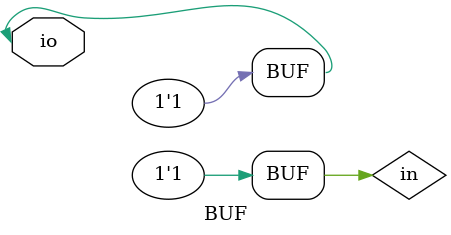
<source format=sv>
`timescale 1ns/1ns
module test;
    reg in;
    wire io;
    buf (io, 1'b0);
    SUB I0(io);

    initial begin
        $sdf_annotate("test.sdf");
    end
    always @(io) begin
        $display($realtime, " io=%b", io);
    end
endmodule

`celldefine
module SUB(io);
    inout io;
    BUF I0(io);
    always @(io) begin
        $display($realtime, "test.I0.io=%b", io);
    end
endmodule

module BUF(io);
    inout io;
    reg in;
    assign io = in;
    initial begin
        in = 0;
        #100;
        in = 1;
        // #100;
        // in = 1'bz;
        // #100;
        // in = 1'bx;
    end
    always @(io) begin
        $display($realtime, "test.I0.I0.io=%b", io);
    end
endmodule
`endcelldefine
</source>
